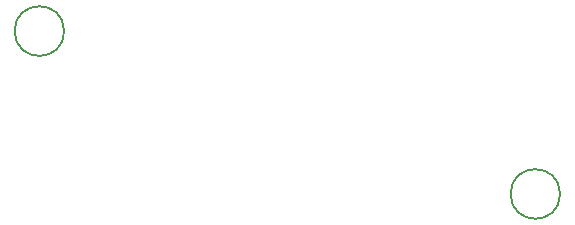
<source format=gbr>
%TF.GenerationSoftware,KiCad,Pcbnew,(5.1.10-1-10_14)*%
%TF.CreationDate,2021-06-08T22:52:33-04:00*%
%TF.ProjectId,TR109-lightboard,54523130-392d-46c6-9967-6874626f6172,rev?*%
%TF.SameCoordinates,Original*%
%TF.FileFunction,Other,Comment*%
%FSLAX46Y46*%
G04 Gerber Fmt 4.6, Leading zero omitted, Abs format (unit mm)*
G04 Created by KiCad (PCBNEW (5.1.10-1-10_14)) date 2021-06-08 22:52:33*
%MOMM*%
%LPD*%
G01*
G04 APERTURE LIST*
%ADD10C,0.150000*%
G04 APERTURE END LIST*
D10*
%TO.C,REF\u002A\u002A*%
X171130000Y-108570000D02*
G75*
G03*
X171130000Y-108570000I-2100000J0D01*
G01*
X129140000Y-94780000D02*
G75*
G03*
X129140000Y-94780000I-2100000J0D01*
G01*
%TD*%
M02*

</source>
